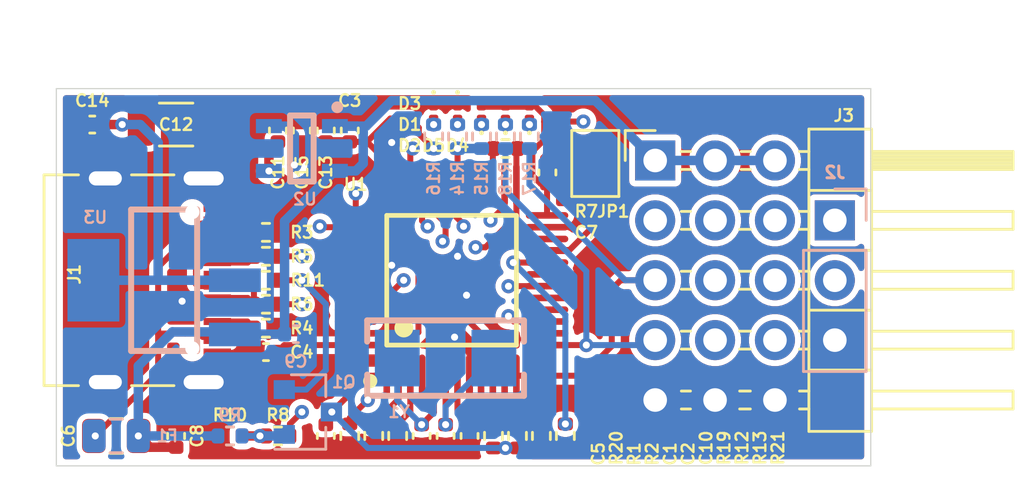
<source format=kicad_pcb>
(kicad_pcb (version 20171130) (host pcbnew 5.1.10-88a1d61d58~89~ubuntu21.04.1)
  (layers (0 F.Cu signal) (1 In1.Cu signal) (2 In2.Cu signal) (31 B.Cu signal) (34 B.Paste user) (35 F.Paste user) (36 B.SilkS user) (37 F.SilkS user) (38 B.Mask user) (39 F.Mask user) (44 Edge.Cuts user))
  (net 0 "")
  (net 1 GND)
  (net 2 /OSC_IN)
  (net 3 /OSC_OUT)
  (net 4 +3V3)
  (net 5 +5V)
  (net 6 /RST)
  (net 7 "Net-(C11-Pad1)")
  (net 8 "Net-(D1-Pad2)")
  (net 9 "Net-(D2-Pad1)")
  (net 10 "Net-(D3-Pad2)")
  (net 11 "Net-(D4-Pad1)")
  (net 12 "Net-(D5-Pad1)")
  (net 13 "Net-(F1-Pad2)")
  (net 14 "Net-(J1-PadB5)")
  (net 15 /USB_RENUM)
  (net 16 "Net-(J1-PadA8)")
  (net 17 "Net-(J1-PadA5)")
  (net 18 "Net-(J1-PadB8)")
  (net 19 "Net-(J1-PadA7)")
  (net 20 /MCU_SWCLK)
  (net 21 /MCU_SWDIO)
  (net 22 /RX)
  (net 23 /TX)
  (net 24 /RESET)
  (net 25 /SWIN)
  (net 26 /SWCLK)
  (net 27 /SWDIO)
  (net 28 "Net-(JP1-Pad1)")
  (net 29 "Net-(Q1-Pad2)")
  (net 30 "Net-(Q1-Pad1)")
  (net 31 "Net-(R1-Pad1)")
  (net 32 "Net-(R2-Pad1)")
  (net 33 /MCU_USB_D-)
  (net 34 /MCU_USB_D+)
  (net 35 "Net-(R7-Pad2)")
  (net 36 /MCU_USB_RENUM)
  (net 37 /PA0)
  (net 38 /LED_LINK)
  (net 39 /BOOT0)
  (net 40 /BOOT1)
  (net 41 "Net-(U1-Pad46)")
  (net 42 "Net-(U1-Pad45)")
  (net 43 "Net-(U1-Pad43)")
  (net 44 "Net-(U1-Pad42)")
  (net 45 "Net-(U1-Pad41)")
  (net 46 "Net-(U1-Pad40)")
  (net 47 "Net-(U1-Pad39)")
  (net 48 "Net-(U1-Pad29)")
  (net 49 "Net-(U1-Pad28)")
  (net 50 "Net-(U1-Pad22)")
  (net 51 "Net-(U1-Pad19)")
  (net 52 "Net-(U1-Pad17)")
  (net 53 "Net-(U1-Pad16)")
  (net 54 "Net-(U1-Pad14)")
  (net 55 "Net-(U1-Pad11)")
  (net 56 "Net-(U1-Pad4)")
  (net 57 +3.3VA)
  (module Connector_PinHeader_2.54mm:PinHeader_1x03_P2.54mm_Vertical (layer B.Cu) (at 89.662 81.534 180)
    (fp_text reference J2 (at 0 2.032) (layer B.SilkS) (effects (font (size 0.5 0.5)) (justify mirror)))
    (fp_text value Conn_01x03)
    (pad 3 thru_hole oval (at 0 -5.08 180) (size 1.7 1.7) (drill 1) (layers *.Cu *.Mask) (net 1 GND))
    (pad 2 thru_hole oval (at 0 -2.54 180) (size 1.7 1.7) (drill 1) (layers *.Cu *.Mask) (net 20 /MCU_SWCLK))
    (pad 1 thru_hole rect (at 0 0 180) (size 1.7 1.7) (drill 1) (layers *.Cu *.Mask) (net 21 /MCU_SWDIO))
  )
  (module Resistor_SMD:R_0402_1005Metric (layer F.Cu) (at 75.692 78.486 180)
    (fp_text reference R7 (at -3.429 -2.667) (layer F.SilkS) (effects (font (size 0.5 0.5) (thickness 0.1))))
    (fp_text value 100)
    (pad 2 smd roundrect (at 0.51 0 180) (size 0.54 0.64) (layers F.Cu F.Paste F.Mask) (net 35 "Net-(R7-Pad2)"))
    (pad 1 smd roundrect (at -0.51 0 180) (size 0.54 0.64) (layers F.Cu F.Paste F.Mask) (net 27 /SWDIO))
  )
  (module connector_03_xx:PinHeader_3x05_P2.54mm_Horizontal (layer F.Cu) (at 84.582 78.994)
    (fp_text reference J3 (at 5.461 -1.905) (layer F.SilkS) (effects (font (size 0.5 0.5) (thickness 0.1))))
    (fp_text value Conn_03x05)
    (pad 12 thru_hole oval (at 2.54 2.54) (size 1.7 1.7) (drill 1) (layers *.Cu *.Mask) (net 57 +3.3VA))
    (pad 11 thru_hole oval (at 2.54 0) (size 1.7 1.7) (drill 1) (layers *.Cu *.Mask) (net 5 +5V))
    (pad 13 thru_hole oval (at 2.54 5.08) (size 1.7 1.7) (drill 1) (layers *.Cu *.Mask) (net 27 /SWDIO))
    (pad 15 thru_hole oval (at 2.54 10.16) (size 1.7 1.7) (drill 1) (layers *.Cu *.Mask) (net 1 GND))
    (pad 14 thru_hole oval (at 2.54 7.62) (size 1.7 1.7) (drill 1) (layers *.Cu *.Mask) (net 26 /SWCLK))
    (pad 1 thru_hole rect (at -2.54 0) (size 1.7 1.7) (drill 1) (layers *.Cu *.Mask) (net 5 +5V))
    (pad 2 thru_hole oval (at -2.54 2.54) (size 1.7 1.7) (drill 1) (layers *.Cu *.Mask) (net 57 +3.3VA))
    (pad 3 thru_hole oval (at -2.54 5.08) (size 1.7 1.7) (drill 1) (layers *.Cu *.Mask) (net 23 /TX))
    (pad 4 thru_hole oval (at -2.54 7.62) (size 1.7 1.7) (drill 1) (layers *.Cu *.Mask) (net 22 /RX))
    (pad 5 thru_hole oval (at -2.54 10.16) (size 1.7 1.7) (drill 1) (layers *.Cu *.Mask) (net 1 GND))
    (pad 6 thru_hole oval (at 0 0) (size 1.7 1.7) (drill 1) (layers *.Cu *.Mask) (net 5 +5V))
    (pad 7 thru_hole oval (at 0 2.54) (size 1.7 1.7) (drill 1) (layers *.Cu *.Mask) (net 57 +3.3VA))
    (pad 8 thru_hole oval (at 0 5.08) (size 1.7 1.7) (drill 1) (layers *.Cu *.Mask) (net 25 /SWIN))
    (pad 9 thru_hole oval (at 0 7.62) (size 1.7 1.7) (drill 1) (layers *.Cu *.Mask) (net 24 /RESET))
    (pad 10 thru_hole oval (at 0 10.16) (size 1.7 1.7) (drill 1) (layers *.Cu *.Mask) (net 1 GND))
  )
  (module lc_lib:SMD-5032_2P (layer B.Cu) (at 73.152 87.376)
    (fp_text reference Y1 (at -1.975619 2.276276) (layer B.SilkS) (effects (font (size 0.5 0.5) (thickness 0.1)) (justify mirror)))
    (fp_text value SMD-5032_2P_8MHz_20ppm_20pF)
    (pad 2 smd rect (at 2.05 0 270) (size 2.4 1.9) (layers B.Cu B.Paste B.Mask) (net 3 /OSC_OUT))
    (pad 1 smd rect (at -2.05 0 270) (size 2.4 1.9) (layers B.Cu B.Paste B.Mask) (net 2 /OSC_IN))
  )
  (module lc_lib:SOT-223 (layer B.Cu) (at 61.214 84.074)
    (fp_text reference U3 (at -2.921 -2.667) (layer B.SilkS) (effects (font (size 0.5 0.5) (thickness 0.1)) (justify mirror)))
    (fp_text value AZ1117-3.3)
    (pad 3 smd rect (at 3 2.3 90) (size 1 2.2) (layers B.Cu B.Paste B.Mask) (net 5 +5V))
    (pad 2 smd rect (at -3 0 90) (size 3.5 2.2) (layers B.Cu B.Paste B.Mask) (net 57 +3.3VA))
    (pad 2 smd rect (at 3 0 90) (size 1 2.2) (layers B.Cu B.Paste B.Mask) (net 57 +3.3VA))
    (pad 1 smd rect (at 3 -2.3 90) (size 1 2.2) (layers B.Cu B.Paste B.Mask) (net 1 GND))
  )
  (module lc_lib:SOT-23-5 (layer B.Cu) (at 67.056 78.486)
    (fp_text reference U2 (at 0.127 2.149276) (layer B.SilkS) (effects (font (size 0.5 0.5) (thickness 0.1)) (justify mirror)))
    (fp_text value SPX3819M5-L-3-3)
    (pad 5 smd rect (at -1.4 -0.95 90) (size 0.6 1.1) (layers B.Cu B.Paste B.Mask) (net 4 +3V3))
    (pad 4 smd rect (at -1.4 0.95 90) (size 0.6 1.1) (layers B.Cu B.Paste B.Mask) (net 7 "Net-(C11-Pad1)"))
    (pad 3 smd rect (at 1.4 0.95 90) (size 0.6 1.1) (layers B.Cu B.Paste B.Mask) (net 5 +5V))
    (pad 2 smd rect (at 1.4 0 90) (size 0.6 1.1) (layers B.Cu B.Paste B.Mask) (net 1 GND))
    (pad 1 smd rect (at 1.4 -0.95 90) (size 0.6 1.1) (layers B.Cu B.Paste B.Mask) (net 5 +5V))
  )
  (module lc_lib:LQFP-48_7X7X05P (layer F.Cu) (at 73.406 84.074)
    (fp_text reference U1 (at -4.064 -4.064) (layer F.SilkS) (effects (font (size 0.5 0.5) (thickness 0.1))))
    (fp_text value STM32F103C8T6)
    (pad 48 smd oval (at -4.05 2.75 90) (size 0.28 1.8) (layers F.Cu F.Paste F.Mask) (net 4 +3V3))
    (pad 47 smd oval (at -4.05 2.25 90) (size 0.28 1.8) (layers F.Cu F.Paste F.Mask) (net 1 GND))
    (pad 46 smd oval (at -4.05 1.75 90) (size 0.28 1.8) (layers F.Cu F.Paste F.Mask) (net 41 "Net-(U1-Pad46)"))
    (pad 45 smd oval (at -4.05 1.25 90) (size 0.28 1.8) (layers F.Cu F.Paste F.Mask) (net 42 "Net-(U1-Pad45)"))
    (pad 44 smd oval (at -4.05 0.75 90) (size 0.28 1.8) (layers F.Cu F.Paste F.Mask) (net 39 /BOOT0))
    (pad 43 smd oval (at -4.05 0.25 90) (size 0.28 1.8) (layers F.Cu F.Paste F.Mask) (net 43 "Net-(U1-Pad43)"))
    (pad 42 smd oval (at -4.05 -0.25 90) (size 0.28 1.8) (layers F.Cu F.Paste F.Mask) (net 44 "Net-(U1-Pad42)"))
    (pad 41 smd oval (at -4.05 -0.75 90) (size 0.28 1.8) (layers F.Cu F.Paste F.Mask) (net 45 "Net-(U1-Pad41)"))
    (pad 40 smd oval (at -4.05 -1.25 90) (size 0.28 1.8) (layers F.Cu F.Paste F.Mask) (net 46 "Net-(U1-Pad40)"))
    (pad 39 smd oval (at -4.05 -1.75 90) (size 0.28 1.8) (layers F.Cu F.Paste F.Mask) (net 47 "Net-(U1-Pad39)"))
    (pad 38 smd oval (at -4.05 -2.25 90) (size 0.28 1.8) (layers F.Cu F.Paste F.Mask) (net 36 /MCU_USB_RENUM))
    (pad 37 smd oval (at -4.05 -2.75 90) (size 0.28 1.8) (layers F.Cu F.Paste F.Mask) (net 20 /MCU_SWCLK))
    (pad 36 smd oval (at -2.75 -4.05 180) (size 0.28 1.8) (layers F.Cu F.Paste F.Mask) (net 4 +3V3))
    (pad 35 smd oval (at -2.25 -4.05 180) (size 0.28 1.8) (layers F.Cu F.Paste F.Mask) (net 1 GND))
    (pad 34 smd oval (at -1.75 -4.05 180) (size 0.28 1.8) (layers F.Cu F.Paste F.Mask) (net 21 /MCU_SWDIO))
    (pad 33 smd oval (at -1.25 -4.05 180) (size 0.28 1.8) (layers F.Cu F.Paste F.Mask) (net 34 /MCU_USB_D+))
    (pad 32 smd oval (at -0.75 -4.05 180) (size 0.28 1.8) (layers F.Cu F.Paste F.Mask) (net 33 /MCU_USB_D-))
    (pad 31 smd oval (at -0.25 -4.05 180) (size 0.28 1.8) (layers F.Cu F.Paste F.Mask) (net 25 /SWIN))
    (pad 30 smd oval (at 0.25 -4.05 180) (size 0.28 1.8) (layers F.Cu F.Paste F.Mask) (net 38 /LED_LINK))
    (pad 29 smd oval (at 0.75 -4.05 180) (size 0.28 1.8) (layers F.Cu F.Paste F.Mask) (net 48 "Net-(U1-Pad29)"))
    (pad 28 smd oval (at 1.25 -4.05 180) (size 0.28 1.8) (layers F.Cu F.Paste F.Mask) (net 49 "Net-(U1-Pad28)"))
    (pad 27 smd oval (at 1.75 -4.05 180) (size 0.28 1.8) (layers F.Cu F.Paste F.Mask) (net 35 "Net-(R7-Pad2)"))
    (pad 26 smd oval (at 2.25 -4.05 180) (size 0.28 1.8) (layers F.Cu F.Paste F.Mask) (net 26 /SWCLK))
    (pad 25 smd oval (at 2.75 -4.05 180) (size 0.28 1.8) (layers F.Cu F.Paste F.Mask) (net 27 /SWDIO))
    (pad 24 smd oval (at 4.05 -2.75 90) (size 0.28 1.8) (layers F.Cu F.Paste F.Mask) (net 4 +3V3))
    (pad 23 smd oval (at 4.05 -2.25 90) (size 0.28 1.8) (layers F.Cu F.Paste F.Mask) (net 1 GND))
    (pad 22 smd oval (at 4.05 -1.75 90) (size 0.28 1.8) (layers F.Cu F.Paste F.Mask) (net 50 "Net-(U1-Pad22)"))
    (pad 21 smd oval (at 4.05 -1.25 90) (size 0.28 1.8) (layers F.Cu F.Paste F.Mask) (net 28 "Net-(JP1-Pad1)"))
    (pad 20 smd oval (at 4.05 -0.75 90) (size 0.28 1.8) (layers F.Cu F.Paste F.Mask) (net 40 /BOOT1))
    (pad 19 smd oval (at 4.05 -0.25 90) (size 0.28 1.8) (layers F.Cu F.Paste F.Mask) (net 51 "Net-(U1-Pad19)"))
    (pad 18 smd oval (at 4.05 0.25 90) (size 0.28 1.8) (layers F.Cu F.Paste F.Mask) (net 24 /RESET))
    (pad 17 smd oval (at 4.05 0.75 90) (size 0.28 1.8) (layers F.Cu F.Paste F.Mask) (net 52 "Net-(U1-Pad17)"))
    (pad 16 smd oval (at 4.05 1.25 90) (size 0.28 1.8) (layers F.Cu F.Paste F.Mask) (net 53 "Net-(U1-Pad16)"))
    (pad 15 smd oval (at 4.05 1.75 90) (size 0.28 1.8) (layers F.Cu F.Paste F.Mask) (net 26 /SWCLK))
    (pad 14 smd oval (at 4.05 2.25 90) (size 0.28 1.8) (layers F.Cu F.Paste F.Mask) (net 54 "Net-(U1-Pad14)"))
    (pad 13 smd oval (at 4.05 2.75 90) (size 0.28 1.8) (layers F.Cu F.Paste F.Mask) (net 22 /RX))
    (pad 12 smd oval (at 2.75 4.05 180) (size 0.28 1.8) (layers F.Cu F.Paste F.Mask) (net 23 /TX))
    (pad 11 smd oval (at 2.25 4.05 180) (size 0.28 1.8) (layers F.Cu F.Paste F.Mask) (net 55 "Net-(U1-Pad11)"))
    (pad 10 smd oval (at 1.75 4.05 180) (size 0.28 1.8) (layers F.Cu F.Paste F.Mask) (net 37 /PA0))
    (pad 9 smd oval (at 1.25 4.05 180) (size 0.28 1.8) (layers F.Cu F.Paste F.Mask) (net 4 +3V3))
    (pad 8 smd oval (at 0.75 4.05 180) (size 0.28 1.8) (layers F.Cu F.Paste F.Mask) (net 1 GND))
    (pad 7 smd oval (at 0.25 4.05 180) (size 0.28 1.8) (layers F.Cu F.Paste F.Mask) (net 6 /RST))
    (pad 6 smd oval (at -0.25 4.05 180) (size 0.28 1.8) (layers F.Cu F.Paste F.Mask) (net 3 /OSC_OUT))
    (pad 5 smd oval (at -0.75 4.05 180) (size 0.28 1.8) (layers F.Cu F.Paste F.Mask) (net 2 /OSC_IN))
    (pad 4 smd oval (at -1.25 4.05 180) (size 0.28 1.8) (layers F.Cu F.Paste F.Mask) (net 56 "Net-(U1-Pad4)"))
    (pad 3 smd oval (at -1.75 4.05 180) (size 0.28 1.8) (layers F.Cu F.Paste F.Mask) (net 32 "Net-(R2-Pad1)"))
    (pad 2 smd oval (at -2.25 4.05 180) (size 0.28 1.8) (layers F.Cu F.Paste F.Mask) (net 31 "Net-(R1-Pad1)"))
    (pad 1 smd oval (at -2.75 4.05 180) (size 0.28 1.8) (layers F.Cu F.Paste F.Mask) (net 4 +3V3))
  )
  (module Resistor_SMD:R_0402_1005Metric (layer F.Cu) (at 78.232 90.678 90)
    (fp_text reference R21 (at -0.508 9.017 90) (layer F.SilkS) (effects (font (size 0.5 0.5) (thickness 0.1))))
    (fp_text value 10k)
    (pad 2 smd roundrect (at 0.51 0 90) (size 0.54 0.64) (layers F.Cu F.Paste F.Mask) (net 40 /BOOT1))
    (pad 1 smd roundrect (at -0.51 0 90) (size 0.54 0.64) (layers F.Cu F.Paste F.Mask) (net 1 GND))
  )
  (module Resistor_SMD:R_0402_1005Metric (layer F.Cu) (at 69.087001 90.678 90)
    (fp_text reference R20 (at -0.508 11.303999 90) (layer F.SilkS) (effects (font (size 0.5 0.5) (thickness 0.1))))
    (fp_text value 10k)
    (pad 2 smd roundrect (at 0.51 0 90) (size 0.54 0.64) (layers F.Cu F.Paste F.Mask) (net 39 /BOOT0))
    (pad 1 smd roundrect (at -0.51 0 90) (size 0.54 0.64) (layers F.Cu F.Paste F.Mask) (net 1 GND))
  )
  (module Resistor_SMD:R_0402_1005Metric (layer F.Cu) (at 75.184 90.678 270)
    (fp_text reference R19 (at 0.508 -9.779 90) (layer F.SilkS) (effects (font (size 0.5 0.5) (thickness 0.1))))
    (fp_text value 10k)
    (pad 2 smd roundrect (at 0.51 0 270) (size 0.54 0.64) (layers F.Cu F.Paste F.Mask) (net 4 +3V3))
    (pad 1 smd roundrect (at -0.51 0 270) (size 0.54 0.64) (layers F.Cu F.Paste F.Mask) (net 6 /RST))
  )
  (module Resistor_SMD:R_0402_1005Metric (layer B.Cu) (at 75.692 77.978 270)
    (fp_text reference R18 (at 1.778 0 270) (layer B.SilkS) (effects (font (size 0.5 0.5) (thickness 0.1)) (justify mirror)))
    (fp_text value 1K)
    (pad 2 smd roundrect (at 0.51 0 270) (size 0.54 0.64) (layers B.Cu B.Paste B.Mask) (net 22 /RX))
    (pad 1 smd roundrect (at -0.51 0 270) (size 0.54 0.64) (layers B.Cu B.Paste B.Mask) (net 12 "Net-(D5-Pad1)"))
  )
  (module Resistor_SMD:R_0402_1005Metric (layer B.Cu) (at 76.708 77.978 270)
    (fp_text reference R17 (at 1.778 0 90) (layer B.SilkS) (effects (font (size 0.5 0.5) (thickness 0.1)) (justify mirror)))
    (fp_text value 1K)
    (pad 2 smd roundrect (at 0.51 0 270) (size 0.54 0.64) (layers B.Cu B.Paste B.Mask) (net 23 /TX))
    (pad 1 smd roundrect (at -0.51 0 270) (size 0.54 0.64) (layers B.Cu B.Paste B.Mask) (net 11 "Net-(D4-Pad1)"))
  )
  (module Resistor_SMD:R_0402_1005Metric (layer B.Cu) (at 72.644 77.978 270)
    (fp_text reference R16 (at 1.778 0 270) (layer B.SilkS) (effects (font (size 0.5 0.5) (thickness 0.1)) (justify mirror)))
    (fp_text value 1K)
    (pad 2 smd roundrect (at 0.51 0 270) (size 0.54 0.64) (layers B.Cu B.Paste B.Mask) (net 4 +3V3))
    (pad 1 smd roundrect (at -0.51 0 270) (size 0.54 0.64) (layers B.Cu B.Paste B.Mask) (net 10 "Net-(D3-Pad2)"))
  )
  (module Resistor_SMD:R_0402_1005Metric (layer B.Cu) (at 74.676 77.978 270)
    (fp_text reference R15 (at 1.778 0 270) (layer B.SilkS) (effects (font (size 0.5 0.5) (thickness 0.1)) (justify mirror)))
    (fp_text value 1K)
    (pad 2 smd roundrect (at 0.51 0 270) (size 0.54 0.64) (layers B.Cu B.Paste B.Mask) (net 38 /LED_LINK))
    (pad 1 smd roundrect (at -0.51 0 270) (size 0.54 0.64) (layers B.Cu B.Paste B.Mask) (net 9 "Net-(D2-Pad1)"))
  )
  (module Resistor_SMD:R_0402_1005Metric (layer B.Cu) (at 73.66 77.978 270)
    (fp_text reference R14 (at 1.778 0 90) (layer B.SilkS) (effects (font (size 0.5 0.5) (thickness 0.1)) (justify mirror)))
    (fp_text value 1K)
    (pad 2 smd roundrect (at 0.51 0 270) (size 0.54 0.64) (layers B.Cu B.Paste B.Mask) (net 38 /LED_LINK))
    (pad 1 smd roundrect (at -0.51 0 270) (size 0.54 0.64) (layers B.Cu B.Paste B.Mask) (net 8 "Net-(D1-Pad2)"))
  )
  (module Resistor_SMD:R_0402_1005Metric (layer F.Cu) (at 77.216 90.678 270)
    (fp_text reference R13 (at 0.508 -9.271 90) (layer F.SilkS) (effects (font (size 0.5 0.5) (thickness 0.1))))
    (fp_text value 4.7K)
    (pad 2 smd roundrect (at 0.51 0 270) (size 0.54 0.64) (layers F.Cu F.Paste F.Mask) (net 1 GND))
    (pad 1 smd roundrect (at -0.51 0 270) (size 0.54 0.64) (layers F.Cu F.Paste F.Mask) (net 37 /PA0))
  )
  (module Resistor_SMD:R_0402_1005Metric (layer F.Cu) (at 76.2 90.678 90)
    (fp_text reference R12 (at -0.508 9.525 90) (layer F.SilkS) (effects (font (size 0.5 0.5) (thickness 0.1))))
    (fp_text value 4.7K)
    (pad 2 smd roundrect (at 0.51 0 90) (size 0.54 0.64) (layers F.Cu F.Paste F.Mask) (net 37 /PA0))
    (pad 1 smd roundrect (at -0.51 0 90) (size 0.54 0.64) (layers F.Cu F.Paste F.Mask) (net 4 +3V3))
  )
  (module Resistor_SMD:R_0402_1005Metric (layer F.Cu) (at 65.532 84.074 180)
    (fp_text reference R11 (at -1.778 0) (layer F.SilkS) (effects (font (size 0.5 0.5) (thickness 0.1))))
    (fp_text value 1.5K)
    (pad 1 smd roundrect (at -0.51 0 180) (size 0.54 0.64) (layers F.Cu F.Paste F.Mask) (net 29 "Net-(Q1-Pad2)"))
    (pad 2 smd roundrect (at 0.51 0 180) (size 0.54 0.64) (layers F.Cu F.Paste F.Mask) (net 15 /USB_RENUM))
  )
  (module Resistor_SMD:R_0402_1005Metric (layer F.Cu) (at 64.008 90.678 180)
    (fp_text reference R10 (at 0 0.889) (layer F.SilkS) (effects (font (size 0.5 0.5) (thickness 0.1))))
    (fp_text value 36K)
    (pad 2 smd roundrect (at 0.51 0 180) (size 0.54 0.64) (layers F.Cu F.Paste F.Mask) (net 1 GND))
    (pad 1 smd roundrect (at -0.51 0 180) (size 0.54 0.64) (layers F.Cu F.Paste F.Mask) (net 30 "Net-(Q1-Pad1)"))
  )
  (module Resistor_SMD:R_0402_1005Metric (layer B.Cu) (at 64.008 90.678)
    (fp_text reference R9 (at 0 -0.889) (layer B.SilkS) (effects (font (size 0.5 0.5) (thickness 0.1)) (justify mirror)))
    (fp_text value 10K)
    (pad 2 smd roundrect (at 0.51 0) (size 0.54 0.64) (layers B.Cu B.Paste B.Mask) (net 30 "Net-(Q1-Pad1)"))
    (pad 1 smd roundrect (at -0.51 0) (size 0.54 0.64) (layers B.Cu B.Paste B.Mask) (net 5 +5V))
  )
  (module Resistor_SMD:R_0402_1005Metric (layer F.Cu) (at 66.04 90.678)
    (fp_text reference R8 (at 0 -0.889) (layer F.SilkS) (effects (font (size 0.5 0.5) (thickness 0.1))))
    (fp_text value 100)
    (pad 2 smd roundrect (at 0.51 0) (size 0.54 0.64) (layers F.Cu F.Paste F.Mask) (net 36 /MCU_USB_RENUM))
    (pad 1 smd roundrect (at -0.51 0) (size 0.54 0.64) (layers F.Cu F.Paste F.Mask) (net 30 "Net-(Q1-Pad1)"))
  )
  (module Resistor_SMD:R_0402_1005Metric (layer F.Cu) (at 65.532 85.09 180)
    (fp_text reference R6 (at -1.524 0) (layer F.SilkS) (effects (font (size 0.5 0.5) (thickness 0.1))))
    (fp_text value 22)
    (pad 2 smd roundrect (at 0.51 0 180) (size 0.54 0.64) (layers F.Cu F.Paste F.Mask) (net 15 /USB_RENUM))
    (pad 1 smd roundrect (at -0.51 0 180) (size 0.54 0.64) (layers F.Cu F.Paste F.Mask) (net 34 /MCU_USB_D+))
  )
  (module Resistor_SMD:R_0402_1005Metric (layer F.Cu) (at 65.532 83.058 180)
    (fp_text reference R5 (at -1.524 0) (layer F.SilkS) (effects (font (size 0.5 0.5) (thickness 0.1))))
    (fp_text value 22)
    (pad 2 smd roundrect (at 0.51 0 180) (size 0.54 0.64) (layers F.Cu F.Paste F.Mask) (net 19 "Net-(J1-PadA7)"))
    (pad 1 smd roundrect (at -0.51 0 180) (size 0.54 0.64) (layers F.Cu F.Paste F.Mask) (net 33 /MCU_USB_D-))
  )
  (module Resistor_SMD:R_0402_1005Metric (layer F.Cu) (at 65.532 86.106 180)
    (fp_text reference R4 (at -1.524 0) (layer F.SilkS) (effects (font (size 0.5 0.5) (thickness 0.1))))
    (fp_text value 5.1K)
    (pad 2 smd roundrect (at 0.51 0 180) (size 0.54 0.64) (layers F.Cu F.Paste F.Mask) (net 14 "Net-(J1-PadB5)"))
    (pad 1 smd roundrect (at -0.51 0 180) (size 0.54 0.64) (layers F.Cu F.Paste F.Mask) (net 1 GND))
  )
  (module Resistor_SMD:R_0402_1005Metric (layer F.Cu) (at 65.532 82.042 180)
    (fp_text reference R3 (at -1.524 0) (layer F.SilkS) (effects (font (size 0.5 0.5) (thickness 0.1))))
    (fp_text value 5.1K)
    (pad 2 smd roundrect (at 0.51 0 180) (size 0.54 0.64) (layers F.Cu F.Paste F.Mask) (net 17 "Net-(J1-PadA5)"))
    (pad 1 smd roundrect (at -0.51 0 180) (size 0.54 0.64) (layers F.Cu F.Paste F.Mask) (net 1 GND))
  )
  (module Resistor_SMD:R_0402_1005Metric (layer F.Cu) (at 71.12 90.678 270)
    (fp_text reference R2 (at 0.762 -10.795 90) (layer F.SilkS) (effects (font (size 0.5 0.5) (thickness 0.1))))
    (fp_text value 100)
    (pad 2 smd roundrect (at 0.51 0 270) (size 0.54 0.64) (layers F.Cu F.Paste F.Mask) (net 1 GND))
    (pad 1 smd roundrect (at -0.51 0 270) (size 0.54 0.64) (layers F.Cu F.Paste F.Mask) (net 32 "Net-(R2-Pad1)"))
  )
  (module Resistor_SMD:R_0402_1005Metric (layer F.Cu) (at 70.104 90.678 270)
    (fp_text reference R1 (at 0.762 -11.049 90) (layer F.SilkS) (effects (font (size 0.5 0.5) (thickness 0.1))))
    (fp_text value 100)
    (pad 2 smd roundrect (at 0.51 0 270) (size 0.54 0.64) (layers F.Cu F.Paste F.Mask) (net 1 GND))
    (pad 1 smd roundrect (at -0.51 0 270) (size 0.54 0.64) (layers F.Cu F.Paste F.Mask) (net 31 "Net-(R1-Pad1)"))
  )
  (module Package_TO_SOT_SMD:SOT-23 (layer B.Cu) (at 67.31 89.662)
    (fp_text reference Q1 (at 1.524 -1.27 180) (layer B.SilkS) (effects (font (size 0.5 0.5) (thickness 0.1)) (justify mirror)))
    (fp_text value Q_NPN_BEC)
    (pad 3 smd rect (at 1 0) (size 0.9 0.8) (layers B.Cu B.Paste B.Mask) (net 4 +3V3))
    (pad 2 smd rect (at -1 -0.95) (size 0.9 0.8) (layers B.Cu B.Paste B.Mask) (net 29 "Net-(Q1-Pad2)"))
    (pad 1 smd rect (at -1 0.95) (size 0.9 0.8) (layers B.Cu B.Paste B.Mask) (net 30 "Net-(Q1-Pad1)"))
  )
  (module Jumper:SolderJumper-2_P1.3mm_Bridged2Bar_Pad1.0x1.5mm (layer F.Cu) (at 79.502 79.121 90)
    (fp_text reference JP1 (at -2.032 0.762 180) (layer F.SilkS) (effects (font (size 0.5 0.5) (thickness 0.1))))
    (fp_text value SolderJumper_2_Bridged)
    (fp_poly (pts (xy -0.25 0.2) (xy 0.25 0.2) (xy 0.25 0.6) (xy -0.25 0.6)) (layer F.Cu) (width 0))
    (fp_poly (pts (xy -0.25 -0.6) (xy 0.25 -0.6) (xy 0.25 -0.2) (xy -0.25 -0.2)) (layer F.Cu) (width 0))
    (pad 2 smd rect (at 0.65 0 90) (size 1 1.5) (layers F.Cu F.Mask) (net 1 GND))
    (pad 1 smd rect (at -0.65 0 90) (size 1 1.5) (layers F.Cu F.Mask) (net 28 "Net-(JP1-Pad1)"))
  )
  (module Connector_USB:USB_C_Receptacle_Palconn_UTC16-G (layer F.Cu) (at 60.96 84.074 270)
    (fp_text reference J1 (at -0.254 3.556 90) (layer F.SilkS) (effects (font (size 0.5 0.5) (thickness 0.1))))
    (fp_text value USB_C_Receptacle_USB2.0)
    (pad A12 smd rect (at 3.2 -2.51 270) (size 0.6 1.16) (layers F.Cu F.Paste F.Mask) (net 1 GND))
    (pad A9 smd rect (at 2.4 -2.51 270) (size 0.6 1.16) (layers F.Cu F.Paste F.Mask) (net 13 "Net-(F1-Pad2)"))
    (pad B1 smd rect (at 3.2 -2.51 270) (size 0.6 1.16) (layers F.Cu F.Paste F.Mask) (net 1 GND))
    (pad B4 smd rect (at 2.4 -2.51 270) (size 0.6 1.16) (layers F.Cu F.Paste F.Mask) (net 13 "Net-(F1-Pad2)"))
    (pad B12 smd rect (at -3.2 -2.51 270) (size 0.6 1.16) (layers F.Cu F.Paste F.Mask) (net 1 GND))
    (pad A1 smd rect (at -3.2 -2.51 270) (size 0.6 1.16) (layers F.Cu F.Paste F.Mask) (net 1 GND))
    (pad B9 smd rect (at -2.4 -2.51 270) (size 0.6 1.16) (layers F.Cu F.Paste F.Mask) (net 13 "Net-(F1-Pad2)"))
    (pad A4 smd rect (at -2.4 -2.51 270) (size 0.6 1.16) (layers F.Cu F.Paste F.Mask) (net 13 "Net-(F1-Pad2)"))
    (pad "" np_thru_hole circle (at -2.89 -1.45 90) (size 0.6 0.6) (drill 0.6) (layers *.Cu *.Mask))
    (pad "" np_thru_hole circle (at 2.89 -1.45 90) (size 0.6 0.6) (drill 0.6) (layers *.Cu *.Mask))
    (pad B5 smd rect (at 1.75 -2.51 90) (size 0.3 1.16) (layers F.Cu F.Paste F.Mask) (net 14 "Net-(J1-PadB5)"))
    (pad B6 smd rect (at 0.75 -2.51 90) (size 0.3 1.16) (layers F.Cu F.Paste F.Mask) (net 15 /USB_RENUM))
    (pad A8 smd rect (at 1.25 -2.51 90) (size 0.3 1.16) (layers F.Cu F.Paste F.Mask) (net 16 "Net-(J1-PadA8)"))
    (pad A5 smd rect (at -1.25 -2.51 90) (size 0.3 1.16) (layers F.Cu F.Paste F.Mask) (net 17 "Net-(J1-PadA5)"))
    (pad B8 smd rect (at -1.75 -2.51 90) (size 0.3 1.16) (layers F.Cu F.Paste F.Mask) (net 18 "Net-(J1-PadB8)"))
    (pad A7 smd rect (at 0.25 -2.51 90) (size 0.3 1.16) (layers F.Cu F.Paste F.Mask) (net 19 "Net-(J1-PadA7)"))
    (pad A6 smd rect (at -0.25 -2.51 90) (size 0.3 1.16) (layers F.Cu F.Paste F.Mask) (net 15 /USB_RENUM))
    (pad B7 smd rect (at -0.75 -2.51 90) (size 0.3 1.16) (layers F.Cu F.Paste F.Mask) (net 19 "Net-(J1-PadA7)"))
    (pad S1 thru_hole oval (at 4.32 2.24) (size 1.7 0.9) (drill oval 1.4 0.6) (layers *.Cu *.Mask) (net 1 GND))
    (pad S1 thru_hole oval (at -4.32 2.24) (size 1.7 0.9) (drill oval 1.4 0.6) (layers *.Cu *.Mask) (net 1 GND))
    (pad S1 thru_hole oval (at 4.32 -1.93) (size 2 0.9) (drill oval 1.7 0.6) (layers *.Cu *.Mask) (net 1 GND))
    (pad S1 thru_hole oval (at -4.32 -1.93) (size 2 0.9) (drill oval 1.7 0.6) (layers *.Cu *.Mask) (net 1 GND))
  )
  (module Fuse:Fuse_0805_2012Metric (layer B.Cu) (at 59.182 90.678 180)
    (fp_text reference F1 (at -2.159 0) (layer B.SilkS) (effects (font (size 0.5 0.5) (thickness 0.1)) (justify mirror)))
    (fp_text value 0.5A)
    (pad 2 smd roundrect (at 0.9375 0 180) (size 0.975 1.4) (layers B.Cu B.Paste B.Mask) (net 13 "Net-(F1-Pad2)"))
    (pad 1 smd roundrect (at -0.9375 0 180) (size 0.975 1.4) (layers B.Cu B.Paste B.Mask) (net 5 +5V))
  )
  (module LED_SMD:LED_0201_0603Metric (layer F.Cu) (at 75.692 76.962 90)
    (fp_text reference D5 (at -1.397 -3.048 180) (layer F.SilkS) (effects (font (size 0.5 0.5) (thickness 0.1))))
    (fp_text value LED_G)
    (pad 2 smd roundrect (at 0.32 0 90) (size 0.46 0.4) (layers F.Cu F.Mask) (net 4 +3V3))
    (pad 1 smd roundrect (at -0.32 0 90) (size 0.46 0.4) (layers F.Cu F.Mask) (net 12 "Net-(D5-Pad1)"))
  )
  (module LED_SMD:LED_0201_0603Metric (layer F.Cu) (at 76.708 76.962 90)
    (fp_text reference D4 (at -1.397 -3.048 180) (layer F.SilkS) (effects (font (size 0.5 0.5) (thickness 0.1))))
    (fp_text value LED_B)
    (pad 2 smd roundrect (at 0.32 0 90) (size 0.46 0.4) (layers F.Cu F.Mask) (net 4 +3V3))
    (pad 1 smd roundrect (at -0.32 0 90) (size 0.46 0.4) (layers F.Cu F.Mask) (net 11 "Net-(D4-Pad1)"))
  )
  (module LED_SMD:LED_0201_0603Metric (layer F.Cu) (at 72.644 76.962 270)
    (fp_text reference D3 (at -0.381 1.016 180) (layer F.SilkS) (effects (font (size 0.5 0.5) (thickness 0.1))))
    (fp_text value LED_B)
    (pad 2 smd roundrect (at 0.32 0 270) (size 0.46 0.4) (layers F.Cu F.Mask) (net 10 "Net-(D3-Pad2)"))
    (pad 1 smd roundrect (at -0.32 0 270) (size 0.46 0.4) (layers F.Cu F.Mask) (net 1 GND))
  )
  (module LED_SMD:LED_0201_0603Metric (layer F.Cu) (at 74.676 76.962 90)
    (fp_text reference D2 (at -1.397 -3.048 180) (layer F.SilkS) (effects (font (size 0.5 0.5) (thickness 0.1))))
    (fp_text value LED_G)
    (pad 2 smd roundrect (at 0.32 0 90) (size 0.46 0.4) (layers F.Cu F.Mask) (net 4 +3V3))
    (pad 1 smd roundrect (at -0.32 0 90) (size 0.46 0.4) (layers F.Cu F.Mask) (net 9 "Net-(D2-Pad1)"))
  )
  (module LED_SMD:LED_0201_0603Metric (layer F.Cu) (at 73.66 76.962 270)
    (fp_text reference D1 (at 0.508 2.032 180) (layer F.SilkS) (effects (font (size 0.5 0.5) (thickness 0.1))))
    (fp_text value LED_R)
    (pad 2 smd roundrect (at 0.32 0 270) (size 0.46 0.4) (layers F.Cu F.Mask) (net 8 "Net-(D1-Pad2)"))
    (pad 1 smd roundrect (at -0.32 0 270) (size 0.46 0.4) (layers F.Cu F.Mask) (net 1 GND))
  )
  (module Capacitor_SMD:C_0402_1005Metric (layer F.Cu) (at 67.056 77.724 90)
    (fp_text reference C15 (at -1.778 0 90) (layer F.SilkS) (effects (font (size 0.5 0.5) (thickness 0.1))))
    (fp_text value 100nf)
    (pad 2 smd roundrect (at 0.48 0 90) (size 0.56 0.62) (layers F.Cu F.Paste F.Mask) (net 1 GND))
    (pad 1 smd roundrect (at -0.48 0 90) (size 0.56 0.62) (layers F.Cu F.Paste F.Mask) (net 4 +3V3))
  )
  (module Capacitor_SMD:C_0402_1005Metric (layer F.Cu) (at 58.166 77.47 180)
    (fp_text reference C14 (at 0 1.016) (layer F.SilkS) (effects (font (size 0.5 0.5) (thickness 0.1))))
    (fp_text value 10uf)
    (pad 2 smd roundrect (at 0.48 0 180) (size 0.56 0.62) (layers F.Cu F.Paste F.Mask) (net 1 GND))
    (pad 1 smd roundrect (at -0.48 0 180) (size 0.56 0.62) (layers F.Cu F.Paste F.Mask) (net 57 +3.3VA))
  )
  (module Capacitor_SMD:C_0402_1005Metric (layer F.Cu) (at 68.072 77.724 90)
    (fp_text reference C13 (at -1.778 0 90) (layer F.SilkS) (effects (font (size 0.5 0.5) (thickness 0.1))))
    (fp_text value 10uf)
    (pad 2 smd roundrect (at 0.48 0 90) (size 0.56 0.62) (layers F.Cu F.Paste F.Mask) (net 1 GND))
    (pad 1 smd roundrect (at -0.48 0 90) (size 0.56 0.62) (layers F.Cu F.Paste F.Mask) (net 4 +3V3))
  )
  (module Capacitor_SMD:C_1206_3216Metric (layer F.Cu) (at 61.722 77.47)
    (fp_text reference C12 (at 0 0 180) (layer F.SilkS) (effects (font (size 0.5 0.5) (thickness 0.1))))
    (fp_text value 100uf)
    (pad 2 smd roundrect (at 1.475 0) (size 1.15 1.8) (layers F.Cu F.Paste F.Mask) (roundrect_rratio 0.2173904347826087) (net 1 GND))
    (pad 1 smd roundrect (at -1.475 0) (size 1.15 1.8) (layers F.Cu F.Paste F.Mask) (roundrect_rratio 0.2173904347826087) (net 57 +3.3VA))
  )
  (module Capacitor_SMD:C_0402_1005Metric (layer F.Cu) (at 66.04 77.724 90)
    (fp_text reference C11 (at -1.778 0 90) (layer F.SilkS) (effects (font (size 0.5 0.5) (thickness 0.1))))
    (fp_text value 22nf)
    (pad 2 smd roundrect (at 0.48 0 90) (size 0.56 0.62) (layers F.Cu F.Paste F.Mask) (net 1 GND))
    (pad 1 smd roundrect (at -0.48 0 90) (size 0.56 0.62) (layers F.Cu F.Paste F.Mask) (net 7 "Net-(C11-Pad1)"))
  )
  (module Capacitor_SMD:C_0402_1005Metric (layer F.Cu) (at 74.168 90.678 270)
    (fp_text reference C10 (at 0.508 -10.033 90) (layer F.SilkS) (effects (font (size 0.5 0.5) (thickness 0.1))))
    (fp_text value 100nf)
    (pad 2 smd roundrect (at 0.48 0 270) (size 0.56 0.62) (layers F.Cu F.Paste F.Mask) (net 1 GND))
    (pad 1 smd roundrect (at -0.48 0 270) (size 0.56 0.62) (layers F.Cu F.Paste F.Mask) (net 6 /RST))
  )
  (module Capacitor_SMD:C_0402_1005Metric (layer B.Cu) (at 66.802 86.36)
    (fp_text reference C9 (at 0 1.16 180) (layer B.SilkS) (effects (font (size 0.5 0.5) (thickness 0.1)) (justify mirror)))
    (fp_text value 10uf)
    (pad 2 smd roundrect (at 0.48 0) (size 0.56 0.62) (layers B.Cu B.Paste B.Mask) (net 1 GND))
    (pad 1 smd roundrect (at -0.48 0) (size 0.56 0.62) (layers B.Cu B.Paste B.Mask) (net 5 +5V))
  )
  (module Capacitor_SMD:C_0402_1005Metric (layer F.Cu) (at 61.722 90.678 90)
    (fp_text reference C8 (at 0 0.889 270) (layer F.SilkS) (effects (font (size 0.5 0.5) (thickness 0.1))))
    (fp_text value 100nf)
    (pad 2 smd roundrect (at 0.48 0 90) (size 0.56 0.62) (layers F.Cu F.Paste F.Mask) (net 1 GND))
    (pad 1 smd roundrect (at -0.48 0 90) (size 0.56 0.62) (layers F.Cu F.Paste F.Mask) (net 5 +5V))
  )
  (module Capacitor_SMD:C_0402_1005Metric (layer F.Cu) (at 77.47 79.502 90)
    (fp_text reference C7 (at -2.54 1.651 180) (layer F.SilkS) (effects (font (size 0.5 0.5) (thickness 0.1))))
    (fp_text value 100nf)
    (pad 2 smd roundrect (at 0.48 0 90) (size 0.56 0.62) (layers F.Cu F.Paste F.Mask) (net 1 GND))
    (pad 1 smd roundrect (at -0.48 0 90) (size 0.56 0.62) (layers F.Cu F.Paste F.Mask) (net 4 +3V3))
  )
  (module Capacitor_SMD:C_0805_2012Metric (layer F.Cu) (at 59.182 90.678 180)
    (fp_text reference C6 (at 2.032 0 90) (layer F.SilkS) (effects (font (size 0.5 0.5) (thickness 0.1))))
    (fp_text value 1uf)
    (pad 2 smd roundrect (at 0.95 0 180) (size 1 1.45) (layers F.Cu F.Paste F.Mask) (net 13 "Net-(F1-Pad2)"))
    (pad 1 smd roundrect (at -0.95 0 180) (size 1 1.45) (layers F.Cu F.Paste F.Mask) (net 5 +5V))
  )
  (module Capacitor_SMD:C_0402_1005Metric (layer F.Cu) (at 68.072 90.678 270)
    (fp_text reference C5 (at 0.762 -11.557 90) (layer F.SilkS) (effects (font (size 0.5 0.5) (thickness 0.1))))
    (fp_text value 100nf)
    (pad 2 smd roundrect (at 0.48 0 270) (size 0.56 0.62) (layers F.Cu F.Paste F.Mask) (net 1 GND))
    (pad 1 smd roundrect (at -0.48 0 270) (size 0.56 0.62) (layers F.Cu F.Paste F.Mask) (net 4 +3V3))
  )
  (module Capacitor_SMD:C_0402_1005Metric (layer F.Cu) (at 65.532 87.122 180)
    (fp_text reference C4 (at -1.524 0) (layer F.SilkS) (effects (font (size 0.5 0.5) (thickness 0.1))))
    (fp_text value 100nf)
    (pad 2 smd roundrect (at 0.48 0 180) (size 0.56 0.62) (layers F.Cu F.Paste F.Mask) (net 1 GND))
    (pad 1 smd roundrect (at -0.48 0 180) (size 0.56 0.62) (layers F.Cu F.Paste F.Mask) (net 4 +3V3))
  )
  (module Capacitor_SMD:C_0402_1005Metric (layer F.Cu) (at 69.088 77.724 90)
    (fp_text reference C3 (at 1.27 0 180) (layer F.SilkS) (effects (font (size 0.5 0.5) (thickness 0.1))))
    (fp_text value 100nf)
    (pad 2 smd roundrect (at 0.48 0 90) (size 0.56 0.62) (layers F.Cu F.Paste F.Mask) (net 1 GND))
    (pad 1 smd roundrect (at -0.48 0 90) (size 0.56 0.62) (layers F.Cu F.Paste F.Mask) (net 4 +3V3))
  )
  (module Capacitor_SMD:C_0402_1005Metric (layer F.Cu) (at 73.152 90.678 270)
    (fp_text reference C2 (at 0.762 -10.287 90) (layer F.SilkS) (effects (font (size 0.5 0.5) (thickness 0.1))))
    (fp_text value 22pf)
    (pad 2 smd roundrect (at 0.48 0 270) (size 0.56 0.62) (layers F.Cu F.Paste F.Mask) (net 1 GND))
    (pad 1 smd roundrect (at -0.48 0 270) (size 0.56 0.62) (layers F.Cu F.Paste F.Mask) (net 3 /OSC_OUT))
  )
  (module Capacitor_SMD:C_0402_1005Metric (layer F.Cu) (at 72.136 90.678 270)
    (fp_text reference C1 (at 0.762 -10.541 90) (layer F.SilkS) (effects (font (size 0.5 0.5) (thickness 0.1))))
    (fp_text value 22pf)
    (pad 2 smd roundrect (at 0.48 0 270) (size 0.56 0.62) (layers F.Cu F.Paste F.Mask) (net 1 GND))
    (pad 1 smd roundrect (at -0.48 0 270) (size 0.56 0.62) (layers F.Cu F.Paste F.Mask) (net 2 /OSC_IN))
  )
  (gr_line (start 56.642 91.948) (end 56.642 75.946) (layer Edge.Cuts) (width 0.05))
  (gr_line (start 91.186 91.948) (end 56.642 91.948) (layer Edge.Cuts) (width 0.05))
  (gr_line (start 91.186 75.946) (end 91.186 91.948) (layer Edge.Cuts) (width 0.05))
  (gr_line (start 56.642 75.946) (end 91.186 75.946) (layer Edge.Cuts) (width 0.05))
  (via (at 73.533 86.487) (size 0.6) (drill 0.3) (layers F.Cu B.Cu) (net 1))
  (via (at 74.041 84.709) (size 0.6) (drill 0.3) (layers F.Cu B.Cu) (net 1))
  (via (at 73.66 83.058) (size 0.6) (drill 0.3) (layers F.Cu B.Cu) (net 1))
  (via (at 70.866 83.439) (size 0.6) (drill 0.3) (layers F.Cu B.Cu) (net 1))
  (segment (start 71.156 78.014) (end 71.12 77.978) (width 0.254) (layer F.Cu) (net 1))
  (segment (start 66.26 86.324) (end 66.042 86.106) (width 0.254) (layer F.Cu) (net 1))
  (segment (start 69.356 86.324) (end 66.26 86.324) (width 0.254) (layer F.Cu) (net 1))
  (segment (start 76.535549 81.824) (end 74.676 83.683549) (width 0.254) (layer F.Cu) (net 1))
  (segment (start 77.456 81.824) (end 76.535549 81.824) (width 0.254) (layer F.Cu) (net 1))
  (segment (start 71.12 77.978) (end 71.12 77.978) (width 0.254) (layer F.Cu) (net 1))
  (via (at 70.866 78.232) (size 0.6) (drill 0.3) (layers F.Cu B.Cu) (net 1))
  (segment (start 74.676 84.074) (end 74.676 83.683549) (width 0.254) (layer F.Cu) (net 1))
  (segment (start 74.041 84.709) (end 74.676 84.074) (width 0.254) (layer F.Cu) (net 1))
  (via (at 61.976 84.963) (size 0.6) (drill 0.3) (layers F.Cu B.Cu) (net 1))
  (segment (start 69.356 86.324) (end 70.521 86.324) (width 0.254) (layer F.Cu) (net 1))
  (segment (start 70.521 86.324) (end 71.12 85.725) (width 0.254) (layer F.Cu) (net 1))
  (segment (start 74.19099 87.14499) (end 74.19099 89.076613) (width 0.25) (layer F.Cu) (net 1))
  (segment (start 73.533 86.487) (end 74.19099 87.14499) (width 0.25) (layer F.Cu) (net 1))
  (segment (start 74.19099 89.076613) (end 74.649377 89.535) (width 0.25) (layer F.Cu) (net 1))
  (segment (start 71.156 78.874) (end 71.156 80.024) (width 0.25) (layer F.Cu) (net 1))
  (segment (start 70.866 78.584) (end 71.156 78.874) (width 0.25) (layer F.Cu) (net 1))
  (segment (start 70.866 78.232) (end 70.866 78.584) (width 0.25) (layer F.Cu) (net 1))
  (segment (start 72.136 90.198) (end 72.136 90.198) (width 0.4) (layer F.Cu) (net 2))
  (segment (start 72.136 90.198) (end 72.136 90.17) (width 0.4) (layer F.Cu) (net 2))
  (via (at 72.136 90.198) (size 0.6) (drill 0.3) (layers F.Cu B.Cu) (net 2))
  (segment (start 72.656 89.678) (end 72.136 90.198) (width 0.254) (layer F.Cu) (net 2))
  (segment (start 72.656 88.124) (end 72.656 89.678) (width 0.254) (layer F.Cu) (net 2))
  (segment (start 71.102 89.164) (end 72.136 90.198) (width 0.254) (layer B.Cu) (net 2))
  (segment (start 71.102 87.376) (end 71.102 89.164) (width 0.254) (layer B.Cu) (net 2))
  (segment (start 73.152 90.198) (end 73.152 90.198) (width 0.4) (layer F.Cu) (net 3))
  (via (at 73.152 90.198) (size 0.6) (drill 0.3) (layers F.Cu B.Cu) (net 3))
  (segment (start 73.152 88.128) (end 73.156 88.124) (width 0.254) (layer F.Cu) (net 3))
  (segment (start 73.152 90.198) (end 73.152 88.128) (width 0.254) (layer F.Cu) (net 3))
  (segment (start 73.152 89.426) (end 73.152 90.198) (width 0.254) (layer B.Cu) (net 3))
  (segment (start 75.202 87.376) (end 73.152 89.426) (width 0.254) (layer B.Cu) (net 3))
  (via (at 68.326 89.662) (size 0.6) (drill 0.3) (layers F.Cu B.Cu) (net 4))
  (via (at 72.644 78.486) (size 0.6) (drill 0.3) (layers F.Cu B.Cu) (net 4))
  (via (at 78.994 77.343) (size 0.6) (drill 0.3) (layers F.Cu B.Cu) (net 4))
  (via (at 66.7385 79.1845) (size 0.6) (drill 0.3) (layers F.Cu B.Cu) (net 4))
  (segment (start 76.708 76.642) (end 74.676 76.642) (width 0.4) (layer F.Cu) (net 4))
  (segment (start 67.056 78.204) (end 69.088 78.204) (width 0.4) (layer F.Cu) (net 4))
  (segment (start 75.184 91.188) (end 75.69 91.188) (width 0.4) (layer F.Cu) (net 4))
  (segment (start 75.69 91.188) (end 76.2 91.188) (width 0.4) (layer F.Cu) (net 4))
  (via (at 75.69 91.188) (size 0.6) (drill 0.3) (layers F.Cu B.Cu) (net 4))
  (segment (start 67.056 78.867) (end 66.7385 79.1845) (width 0.4) (layer F.Cu) (net 4))
  (segment (start 67.056 78.204) (end 67.056 78.867) (width 0.4) (layer F.Cu) (net 4))
  (segment (start 66.7385 79.1845) (end 66.7385 77.9145) (width 0.4) (layer B.Cu) (net 4))
  (segment (start 66.36 77.536) (end 65.656 77.536) (width 0.4) (layer B.Cu) (net 4))
  (segment (start 66.7385 77.9145) (end 66.36 77.536) (width 0.4) (layer B.Cu) (net 4))
  (segment (start 74.656 87.0385) (end 74.656 88.124) (width 0.254) (layer F.Cu) (net 4))
  (segment (start 70.656 86.8875) (end 70.7195 86.824) (width 0.254) (layer F.Cu) (net 4))
  (segment (start 70.656 88.124) (end 70.656 86.8875) (width 0.254) (layer F.Cu) (net 4))
  (segment (start 70.146 88.124) (end 70.656 88.124) (width 0.254) (layer F.Cu) (net 4))
  (segment (start 66.31 86.824) (end 66.012 87.122) (width 0.254) (layer F.Cu) (net 4))
  (segment (start 69.356 86.824) (end 66.31 86.824) (width 0.254) (layer F.Cu) (net 4))
  (segment (start 70.568 86.824) (end 70.7195 86.824) (width 0.254) (layer F.Cu) (net 4))
  (segment (start 69.356 86.824) (end 70.568 86.824) (width 0.254) (layer F.Cu) (net 4))
  (segment (start 70.656 80.024) (end 70.656 79.038) (width 0.254) (layer F.Cu) (net 4))
  (segment (start 69.822 78.204) (end 69.088 78.204) (width 0.254) (layer F.Cu) (net 4))
  (segment (start 70.656 79.038) (end 69.822 78.204) (width 0.254) (layer F.Cu) (net 4))
  (segment (start 69.818038 78.204) (end 70.806038 77.216) (width 0.254) (layer F.Cu) (net 4))
  (segment (start 69.088 78.204) (end 69.818038 78.204) (width 0.254) (layer F.Cu) (net 4))
  (segment (start 72.016999 77.858999) (end 72.644 78.486) (width 0.254) (layer F.Cu) (net 4))
  (segment (start 70.806038 77.216) (end 71.628 77.216) (width 0.254) (layer F.Cu) (net 4))
  (segment (start 72.016999 77.604999) (end 72.016999 77.858999) (width 0.254) (layer F.Cu) (net 4))
  (segment (start 71.628 77.216) (end 72.016999 77.604999) (width 0.254) (layer F.Cu) (net 4))
  (segment (start 77.456 79.996) (end 77.47 79.982) (width 0.254) (layer F.Cu) (net 4))
  (segment (start 77.456 81.324) (end 77.456 79.996) (width 0.254) (layer F.Cu) (net 4))
  (segment (start 68.072 89.916) (end 68.326 89.662) (width 0.254) (layer F.Cu) (net 4))
  (segment (start 68.072 90.198) (end 68.072 89.916) (width 0.254) (layer F.Cu) (net 4))
  (segment (start 69.864 88.124) (end 70.146 88.124) (width 0.254) (layer F.Cu) (net 4))
  (segment (start 68.326 89.662) (end 69.864 88.124) (width 0.254) (layer F.Cu) (net 4))
  (segment (start 69.852 91.188) (end 75.69 91.188) (width 0.254) (layer B.Cu) (net 4))
  (segment (start 68.326 89.662) (end 69.852 91.188) (width 0.254) (layer B.Cu) (net 4))
  (segment (start 77.188 79.982) (end 77.47 79.982) (width 0.254) (layer F.Cu) (net 4))
  (segment (start 76.83299 79.62699) (end 77.188 79.982) (width 0.254) (layer F.Cu) (net 4))
  (segment (start 76.83299 78.61501) (end 76.83299 79.62699) (width 0.254) (layer F.Cu) (net 4))
  (segment (start 76.908 76.642) (end 77.335001 77.069001) (width 0.254) (layer F.Cu) (net 4))
  (segment (start 77.335001 78.112999) (end 76.83299 78.61501) (width 0.254) (layer F.Cu) (net 4))
  (segment (start 76.708 76.642) (end 76.908 76.642) (width 0.254) (layer F.Cu) (net 4))
  (segment (start 70.656 82.086) (end 72.001001 83.431001) (width 0.254) (layer F.Cu) (net 4))
  (segment (start 72.001001 83.431001) (end 72.001001 85.624999) (width 0.254) (layer F.Cu) (net 4))
  (segment (start 70.656 80.024) (end 70.656 82.086) (width 0.254) (layer F.Cu) (net 4))
  (segment (start 77.343 77.343) (end 77.335001 77.350999) (width 0.254) (layer F.Cu) (net 4))
  (segment (start 78.994 77.343) (end 77.343 77.343) (width 0.254) (layer F.Cu) (net 4))
  (segment (start 77.335001 77.350999) (end 77.335001 78.112999) (width 0.254) (layer F.Cu) (net 4))
  (segment (start 77.335001 77.069001) (end 77.335001 77.350999) (width 0.254) (layer F.Cu) (net 4))
  (segment (start 74.656 87.0385) (end 74.656 86.34) (width 0.25) (layer F.Cu) (net 4))
  (segment (start 74.033001 85.717001) (end 72.001001 85.717001) (width 0.25) (layer F.Cu) (net 4))
  (segment (start 74.656 86.34) (end 74.033001 85.717001) (width 0.25) (layer F.Cu) (net 4))
  (segment (start 72.001001 85.624999) (end 72.001001 85.717001) (width 0.254) (layer F.Cu) (net 4))
  (segment (start 71.928999 86.352001) (end 71.457 86.824) (width 0.25) (layer F.Cu) (net 4))
  (segment (start 70.7195 86.824) (end 71.457 86.824) (width 0.254) (layer F.Cu) (net 4))
  (segment (start 72.001001 86.279999) (end 71.928999 86.352001) (width 0.25) (layer F.Cu) (net 4))
  (segment (start 72.001001 85.717001) (end 72.001001 86.279999) (width 0.25) (layer F.Cu) (net 4))
  (segment (start 60.612 91.158) (end 61.722 91.158) (width 0.4) (layer F.Cu) (net 5))
  (segment (start 60.132 90.678) (end 60.612 91.158) (width 0.4) (layer F.Cu) (net 5))
  (segment (start 64.228 86.36) (end 64.214 86.374) (width 0.4) (layer B.Cu) (net 5))
  (segment (start 66.322 86.36) (end 64.228 86.36) (width 0.4) (layer B.Cu) (net 5))
  (segment (start 63.498 90.678) (end 60.1195 90.678) (width 0.4) (layer B.Cu) (net 5))
  (segment (start 60.1195 90.678) (end 60.1195 90.678) (width 0.4) (layer B.Cu) (net 5))
  (via (at 60.1195 90.678) (size 0.6) (drill 0.3) (layers F.Cu B.Cu) (net 5))
  (segment (start 82.042 78.994) (end 87.122 78.994) (width 0.4) (layer B.Cu) (net 5))
  (segment (start 68.456 79.436) (end 69.3445 79.436) (width 0.4) (layer B.Cu) (net 5))
  (segment (start 69.3445 79.436) (end 69.6595 79.121) (width 0.4) (layer B.Cu) (net 5))
  (segment (start 69.6595 79.121) (end 69.6595 77.7875) (width 0.4) (layer B.Cu) (net 5))
  (segment (start 69.408 77.536) (end 68.456 77.536) (width 0.4) (layer B.Cu) (net 5))
  (segment (start 69.6595 77.7875) (end 69.408 77.536) (width 0.4) (layer B.Cu) (net 5))
  (segment (start 60.1195 90.678) (end 60.1195 87.7085) (width 0.4) (layer B.Cu) (net 5))
  (segment (start 64.103999 86.263999) (end 64.214 86.374) (width 0.4) (layer B.Cu) (net 5))
  (segment (start 61.564001 86.263999) (end 64.103999 86.263999) (width 0.4) (layer B.Cu) (net 5))
  (segment (start 60.1195 87.7085) (end 61.564001 86.263999) (width 0.4) (layer B.Cu) (net 5))
  (segment (start 66.322 81.57) (end 68.456 79.436) (width 0.4) (layer B.Cu) (net 5))
  (segment (start 66.322 86.36) (end 66.322 81.57) (width 0.4) (layer B.Cu) (net 5))
  (segment (start 69.784 77.536) (end 68.456 77.536) (width 0.4) (layer B.Cu) (net 5))
  (segment (start 70.866 76.454) (end 69.784 77.536) (width 0.4) (layer B.Cu) (net 5))
  (segment (start 79.502 76.454) (end 70.866 76.454) (width 0.4) (layer B.Cu) (net 5))
  (segment (start 82.042 78.994) (end 79.502 76.454) (width 0.4) (layer B.Cu) (net 5))
  (segment (start 75.154 90.168) (end 75.184 90.198) (width 0.4) (layer F.Cu) (net 6))
  (segment (start 73.656 89.686) (end 73.656 88.124) (width 0.254) (layer F.Cu) (net 6))
  (segment (start 74.168 90.198) (end 73.656 89.686) (width 0.254) (layer F.Cu) (net 6))
  (segment (start 75.154 90.198) (end 75.184 90.168) (width 0.254) (layer F.Cu) (net 6))
  (segment (start 74.168 90.198) (end 75.154 90.198) (width 0.254) (layer F.Cu) (net 6))
  (via (at 65.659 79.4385) (size 0.6) (drill 0.3) (layers F.Cu B.Cu) (net 7))
  (segment (start 65.659 78.585) (end 66.04 78.204) (width 0.4) (layer F.Cu) (net 7))
  (segment (start 65.659 79.4385) (end 65.659 78.585) (width 0.4) (layer F.Cu) (net 7))
  (via (at 73.66 77.47) (size 0.6) (drill 0.3) (layers F.Cu B.Cu) (net 8))
  (via (at 74.676 77.47) (size 0.6) (drill 0.3) (layers F.Cu B.Cu) (net 9))
  (via (at 72.644 77.47) (size 0.6) (drill 0.3) (layers F.Cu B.Cu) (net 10))
  (via (at 76.708 77.47) (size 0.6) (drill 0.3) (layers F.Cu B.Cu) (net 11))
  (via (at 75.692 77.47) (size 0.6) (drill 0.3) (layers F.Cu B.Cu) (net 12))
  (segment (start 62.710961 86.336999) (end 62.109039 86.336999) (width 0.254) (layer F.Cu) (net 13))
  (segment (start 62.847962 86.474) (end 62.710961 86.336999) (width 0.254) (layer F.Cu) (net 13))
  (segment (start 63.47 86.474) (end 62.847962 86.474) (width 0.254) (layer F.Cu) (net 13))
  (segment (start 62.801398 81.674) (end 60.96 83.515398) (width 0.254) (layer F.Cu) (net 13))
  (segment (start 63.47 81.674) (end 62.801398 81.674) (width 0.254) (layer F.Cu) (net 13))
  (segment (start 60.983001 86.336999) (end 60.96 86.36) (width 0.254) (layer F.Cu) (net 13))
  (segment (start 62.109039 86.336999) (end 60.983001 86.336999) (width 0.254) (layer F.Cu) (net 13))
  (segment (start 60.96 83.515398) (end 60.96 86.36) (width 0.254) (layer F.Cu) (net 13))
  (via (at 58.293 90.678) (size 0.6) (drill 0.3) (layers F.Cu B.Cu) (net 13))
  (segment (start 60.96 86.36) (end 60.96 87.884) (width 0.254) (layer F.Cu) (net 13))
  (segment (start 60.96 88.011) (end 60.96 87.884) (width 0.254) (layer F.Cu) (net 13))
  (segment (start 58.293 90.678) (end 60.96 88.011) (width 0.254) (layer F.Cu) (net 13))
  (segment (start 64.74 85.824) (end 63.47 85.824) (width 0.254) (layer F.Cu) (net 14))
  (segment (start 65.022 86.106) (end 64.74 85.824) (width 0.254) (layer F.Cu) (net 14))
  (segment (start 64.772 83.824) (end 65.022 84.074) (width 0.254) (layer F.Cu) (net 15))
  (segment (start 63.47 83.824) (end 64.772 83.824) (width 0.254) (layer F.Cu) (net 15))
  (segment (start 64.756 84.824) (end 65.022 85.09) (width 0.254) (layer F.Cu) (net 15))
  (segment (start 63.47 84.824) (end 64.756 84.824) (width 0.254) (layer F.Cu) (net 15))
  (segment (start 65.022 85.09) (end 65.022 84.074) (width 0.254) (layer F.Cu) (net 15))
  (segment (start 64.262999 82.801001) (end 63.692305 82.801001) (width 0.254) (layer F.Cu) (net 17))
  (segment (start 65.022 82.042) (end 64.262999 82.801001) (width 0.254) (layer F.Cu) (net 17))
  (segment (start 64.756 83.324) (end 65.022 83.058) (width 0.254) (layer F.Cu) (net 19))
  (segment (start 63.47 83.324) (end 64.756 83.324) (width 0.254) (layer F.Cu) (net 19))
  (segment (start 62.651398 84.324) (end 63.47 84.324) (width 0.254) (layer F.Cu) (net 19))
  (segment (start 62.562999 84.235601) (end 62.651398 84.324) (width 0.254) (layer F.Cu) (net 19))
  (segment (start 62.562999 83.397001) (end 62.562999 84.235601) (width 0.254) (layer F.Cu) (net 19))
  (segment (start 62.636 83.324) (end 62.562999 83.397001) (width 0.254) (layer F.Cu) (net 19))
  (segment (start 63.47 83.324) (end 62.636 83.324) (width 0.254) (layer F.Cu) (net 19))
  (via (at 69.342 80.391) (size 0.6) (drill 0.3) (layers F.Cu B.Cu) (net 20))
  (segment (start 69.342 81.31) (end 69.356 81.324) (width 0.254) (layer F.Cu) (net 20))
  (segment (start 69.342 80.391) (end 69.342 81.31) (width 0.254) (layer F.Cu) (net 20))
  (via (at 71.755 78.486) (size 0.6) (drill 0.3) (layers F.Cu B.Cu) (net 21))
  (segment (start 71.656 78.585) (end 71.755 78.486) (width 0.254) (layer F.Cu) (net 21))
  (segment (start 71.656 80.024) (end 71.656 78.585) (width 0.254) (layer F.Cu) (net 21))
  (via (at 79.121 86.82482) (size 0.6) (drill 0.3) (layers F.Cu B.Cu) (net 22))
  (segment (start 81.832 86.824) (end 82.042 86.614) (width 0.4) (layer F.Cu) (net 22))
  (segment (start 79.12018 86.824) (end 79.121 86.82482) (width 0.254) (layer F.Cu) (net 22))
  (segment (start 77.456 86.824) (end 79.12018 86.824) (width 0.254) (layer F.Cu) (net 22))
  (segment (start 81.83118 86.82482) (end 82.042 86.614) (width 0.254) (layer B.Cu) (net 22))
  (segment (start 79.121 86.82482) (end 81.83118 86.82482) (width 0.254) (layer B.Cu) (net 22))
  (segment (start 75.692 80.264) (end 79.121 83.693) (width 0.254) (layer B.Cu) (net 22))
  (segment (start 79.121 83.693) (end 79.121 86.82482) (width 0.254) (layer B.Cu) (net 22))
  (segment (start 75.692 78.488) (end 75.692 80.264) (width 0.254) (layer B.Cu) (net 22))
  (segment (start 76.156 88.124) (end 78.9445 88.124) (width 0.254) (layer F.Cu) (net 23))
  (segment (start 78.9445 88.124) (end 80.2005 86.868) (width 0.254) (layer F.Cu) (net 23))
  (segment (start 80.2005 86.868) (end 80.2005 84.455) (width 0.254) (layer F.Cu) (net 23))
  (segment (start 80.5815 84.074) (end 82.042 84.074) (width 0.254) (layer F.Cu) (net 23))
  (segment (start 80.2005 84.455) (end 80.5815 84.074) (width 0.254) (layer F.Cu) (net 23))
  (segment (start 76.708 78.488) (end 76.708 80.01) (width 0.254) (layer B.Cu) (net 23))
  (segment (start 80.772 84.074) (end 82.042 84.074) (width 0.254) (layer B.Cu) (net 23))
  (segment (start 76.708 80.01) (end 80.772 84.074) (width 0.254) (layer B.Cu) (net 23))
  (via (at 75.819 84.328) (size 0.6) (drill 0.3) (layers F.Cu B.Cu) (net 24))
  (segment (start 75.823 84.324) (end 75.819 84.328) (width 0.254) (layer F.Cu) (net 24))
  (segment (start 77.456 84.324) (end 75.823 84.324) (width 0.254) (layer F.Cu) (net 24))
  (via (at 73.914 81.788) (size 0.6) (drill 0.3) (layers F.Cu B.Cu) (net 25))
  (segment (start 73.914 81.702451) (end 73.914 81.788) (width 0.254) (layer F.Cu) (net 25))
  (segment (start 73.156 80.944451) (end 73.914 81.702451) (width 0.254) (layer F.Cu) (net 25))
  (segment (start 73.156 80.024) (end 73.156 80.944451) (width 0.254) (layer F.Cu) (net 25))
  (via (at 75.819 85.598) (size 0.6) (drill 0.3) (layers F.Cu B.Cu) (net 26))
  (via (at 75.057 81.534) (size 0.6) (drill 0.3) (layers F.Cu B.Cu) (net 26))
  (segment (start 75.066451 81.534) (end 75.057 81.534) (width 0.254) (layer F.Cu) (net 26))
  (segment (start 75.656 80.944451) (end 75.066451 81.534) (width 0.254) (layer F.Cu) (net 26))
  (segment (start 75.656 80.024) (end 75.656 80.944451) (width 0.254) (layer F.Cu) (net 26))
  (segment (start 76.045 85.824) (end 75.819 85.598) (width 0.254) (layer F.Cu) (net 26))
  (segment (start 77.456 85.824) (end 76.045 85.824) (width 0.254) (layer F.Cu) (net 26))
  (via (at 74.422 82.677) (size 0.6) (drill 0.3) (layers F.Cu B.Cu) (net 27))
  (segment (start 76.156 78.532) (end 76.202 78.486) (width 0.254) (layer F.Cu) (net 27))
  (segment (start 76.156 80.024) (end 76.156 78.532) (width 0.254) (layer F.Cu) (net 27))
  (segment (start 76.156 80.024) (end 76.156 81.362962) (width 0.254) (layer F.Cu) (net 27))
  (segment (start 74.841962 82.677) (end 75.774981 81.743981) (width 0.254) (layer F.Cu) (net 27))
  (segment (start 74.422 82.677) (end 74.841962 82.677) (width 0.254) (layer F.Cu) (net 27))
  (segment (start 75.774981 81.743981) (end 75.095962 82.423) (width 0.254) (layer F.Cu) (net 27))
  (segment (start 76.156 81.362962) (end 75.774981 81.743981) (width 0.254) (layer F.Cu) (net 27))
  (segment (start 77.48039 82.79101) (end 77.456 82.8154) (width 0.254) (layer F.Cu) (net 28))
  (segment (start 78.409441 82.79101) (end 77.48039 82.79101) (width 0.254) (layer F.Cu) (net 28))
  (segment (start 77.456 82.8154) (end 77.456 82.824) (width 0.254) (layer F.Cu) (net 28))
  (segment (start 79.502 81.698451) (end 78.409441 82.79101) (width 0.254) (layer F.Cu) (net 28))
  (segment (start 79.502 79.771) (end 79.502 81.698451) (width 0.254) (layer F.Cu) (net 28))
  (segment (start 66.042 84.074) (end 67.056 84.074) (width 0.254) (layer F.Cu) (net 29))
  (segment (start 67.056 84.074) (end 67.056 84.074) (width 0.254) (layer F.Cu) (net 29))
  (via (at 67.056 84.074) (size 0.6) (drill 0.3) (layers F.Cu B.Cu) (net 29))
  (segment (start 66.31 88.712) (end 67.244 88.712) (width 0.254) (layer B.Cu) (net 29))
  (segment (start 67.244 88.712) (end 68.072 87.884) (width 0.254) (layer B.Cu) (net 29))
  (segment (start 68.072 85.09) (end 67.056 84.074) (width 0.254) (layer B.Cu) (net 29))
  (segment (start 68.072 87.884) (end 68.072 85.09) (width 0.254) (layer B.Cu) (net 29))
  (segment (start 64.518 90.678) (end 64.518 90.678) (width 0.4) (layer F.Cu) (net 30))
  (segment (start 65.53 90.678) (end 65.53 90.678) (width 0.4) (layer F.Cu) (net 30))
  (segment (start 66.244 90.678) (end 66.31 90.612) (width 0.4) (layer B.Cu) (net 30))
  (segment (start 65.53 90.678) (end 65.532 90.678) (width 0.4) (layer B.Cu) (net 30))
  (segment (start 65.532 90.678) (end 66.244 90.678) (width 0.4) (layer B.Cu) (net 30))
  (via (at 65.278 90.678) (size 0.6) (drill 0.3) (layers F.Cu B.Cu) (net 30))
  (segment (start 64.518 90.678) (end 65.53 90.678) (width 0.4) (layer F.Cu) (net 30))
  (segment (start 65.278 90.678) (end 64.518 90.678) (width 0.254) (layer B.Cu) (net 30))
  (segment (start 71.156 89.116) (end 71.156 88.124) (width 0.254) (layer F.Cu) (net 31))
  (segment (start 70.104 90.168) (end 71.156 89.116) (width 0.254) (layer F.Cu) (net 31))
  (segment (start 71.12 90.168) (end 71.12 90.043) (width 0.4) (layer F.Cu) (net 32))
  (segment (start 71.656 89.632) (end 71.656 88.124) (width 0.254) (layer F.Cu) (net 32))
  (segment (start 71.12 90.168) (end 71.656 89.632) (width 0.254) (layer F.Cu) (net 32))
  (via (at 73.025 82.423) (size 0.6) (drill 0.3) (layers F.Cu B.Cu) (net 33))
  (segment (start 66.042 83.058) (end 67.056 83.058) (width 0.254) (layer F.Cu) (net 33))
  (segment (start 67.056 83.058) (end 67.056 83.058) (width 0.254) (layer F.Cu) (net 33))
  (via (at 67.056 83.058) (size 0.6) (drill 0.3) (layers F.Cu B.Cu) (net 33))
  (segment (start 73.152 81.656999) (end 73.152 82.296) (width 0.254) (layer F.Cu) (net 33))
  (segment (start 72.656 81.160999) (end 73.152 81.656999) (width 0.254) (layer F.Cu) (net 33))
  (segment (start 73.152 82.296) (end 73.025 82.423) (width 0.254) (layer F.Cu) (net 33))
  (segment (start 72.656 80.024) (end 72.656 81.160999) (width 0.254) (layer F.Cu) (net 33))
  (via (at 72.39 81.788) (size 0.6) (drill 0.3) (layers F.Cu B.Cu) (net 34))
  (segment (start 66.042 85.09) (end 67.056 85.09) (width 0.254) (layer F.Cu) (net 34))
  (segment (start 67.056 85.09) (end 67.056 85.09) (width 0.254) (layer F.Cu) (net 34))
  (via (at 67.056 85.09) (size 0.6) (drill 0.3) (layers F.Cu B.Cu) (net 34))
  (segment (start 72.156 81.554) (end 72.39 81.788) (width 0.254) (layer F.Cu) (net 34))
  (segment (start 72.156 80.024) (end 72.156 81.554) (width 0.254) (layer F.Cu) (net 34))
  (segment (start 75.156 78.512) (end 75.182 78.486) (width 0.254) (layer F.Cu) (net 35))
  (segment (start 75.156 80.024) (end 75.156 78.512) (width 0.254) (layer F.Cu) (net 35))
  (via (at 67.056 89.662) (size 0.6) (drill 0.3) (layers F.Cu B.Cu) (net 36))
  (via (at 67.818 81.788) (size 0.6) (drill 0.3) (layers F.Cu B.Cu) (net 36))
  (segment (start 66.55 90.168) (end 67.056 89.662) (width 0.254) (layer F.Cu) (net 36))
  (segment (start 66.55 90.678) (end 66.55 90.168) (width 0.254) (layer F.Cu) (net 36))
  (segment (start 67.854 81.824) (end 67.818 81.788) (width 0.254) (layer F.Cu) (net 36))
  (segment (start 69.356 81.824) (end 67.854 81.824) (width 0.254) (layer F.Cu) (net 36))
  (segment (start 76.2 90.168) (end 77.216 90.168) (width 0.4) (layer F.Cu) (net 37))
  (segment (start 75.156 89.124) (end 75.156 88.124) (width 0.254) (layer F.Cu) (net 37))
  (segment (start 76.2 90.168) (end 75.156 89.124) (width 0.254) (layer F.Cu) (net 37))
  (segment (start 73.66 78.486) (end 73.66 78.486) (width 0.4) (layer B.Cu) (net 38))
  (segment (start 73.66 78.486) (end 74.676 78.486) (width 0.4) (layer B.Cu) (net 38))
  (via (at 73.66 78.486) (size 0.6) (drill 0.3) (layers F.Cu B.Cu) (net 38))
  (segment (start 73.656 78.49) (end 73.66 78.486) (width 0.4) (layer F.Cu) (net 38))
  (segment (start 73.66 80.02) (end 73.656 80.024) (width 0.254) (layer F.Cu) (net 38))
  (segment (start 73.66 78.486) (end 73.66 80.02) (width 0.254) (layer F.Cu) (net 38))
  (via (at 71.374 84.074) (size 0.6) (drill 0.3) (layers F.Cu B.Cu) (net 39))
  (via (at 69.85 89.154) (size 0.6) (drill 0.3) (layers F.Cu B.Cu) (net 39))
  (segment (start 69.087001 89.916999) (end 69.85 89.154) (width 0.254) (layer F.Cu) (net 39))
  (segment (start 69.087001 90.168) (end 69.087001 89.916999) (width 0.254) (layer F.Cu) (net 39))
  (segment (start 70.624 84.824) (end 71.374 84.074) (width 0.254) (layer F.Cu) (net 39))
  (segment (start 69.356 84.824) (end 70.624 84.824) (width 0.254) (layer F.Cu) (net 39))
  (via (at 78.232 90.17) (size 0.6) (drill 0.3) (layers F.Cu B.Cu) (net 40))
  (via (at 76.0222 83.3247) (size 0.6) (drill 0.3) (layers F.Cu B.Cu) (net 40))
  (segment (start 78.232 85.5345) (end 76.0222 83.3247) (width 0.254) (layer B.Cu) (net 40))
  (segment (start 78.232 90.17) (end 78.232 85.5345) (width 0.254) (layer B.Cu) (net 40))
  (segment (start 76.0229 83.324) (end 76.0222 83.3247) (width 0.254) (layer F.Cu) (net 40))
  (segment (start 77.456 83.324) (end 76.0229 83.324) (width 0.254) (layer F.Cu) (net 40))
  (segment (start 58.646 77.47) (end 59.436 77.47) (width 0.4) (layer F.Cu) (net 57))
  (segment (start 59.436 77.47) (end 60.247 77.47) (width 0.4) (layer F.Cu) (net 57))
  (via (at 59.436 77.47) (size 0.6) (drill 0.3) (layers F.Cu B.Cu) (net 57))
  (segment (start 59.436 77.47) (end 60.198 77.47) (width 0.4) (layer B.Cu) (net 57))
  (segment (start 60.96 78.232) (end 60.96 84.074) (width 0.4) (layer B.Cu) (net 57))
  (segment (start 60.198 77.47) (end 60.96 78.232) (width 0.4) (layer B.Cu) (net 57))
  (segment (start 60.96 84.074) (end 58.214 84.074) (width 0.4) (layer B.Cu) (net 57))
  (segment (start 64.214 84.074) (end 60.96 84.074) (width 0.4) (layer B.Cu) (net 57))
  (zone (net 1) (net_name GND) (layer B.Cu) (connect_pads yes (clearance 0.254)) (min_thickness 0.254) (fill yes (arc_segments 32) (thermal_gap 0.508) (thermal_bridge_width 0.508) (smoothing chamfer))
    (polygon (pts (xy 91.186 91.948) (xy 56.642 91.948) (xy 56.642 75.946) (xy 91.186 75.946)))
  )
  (zone (net 1) (net_name GND) (layer F.Cu) (connect_pads yes (clearance 0.254)) (min_thickness 0.254) (fill yes (arc_segments 32) (thermal_gap 0.508) (thermal_bridge_width 0.508) (smoothing chamfer))
    (polygon (pts (xy 91.186 91.948) (xy 56.642 91.948) (xy 56.642 75.946) (xy 91.186 75.946)))
  )
)
</source>
